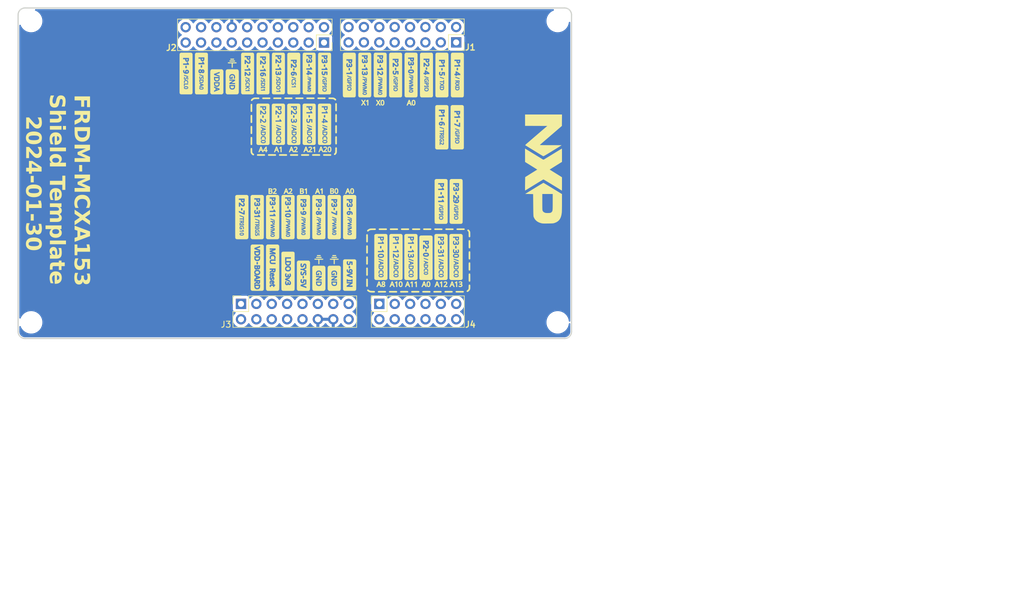
<source format=kicad_pcb>
(kicad_pcb (version 20221018) (generator pcbnew)
  (layers (0 "F.Cu" signal) (31 "B.Cu" signal) (34 "B.Paste" user) (35 "F.Paste" user) (36 "B.SilkS" user "B.Silkscreen") (37 "F.SilkS" user "F.Silkscreen") (38 "B.Mask" user) (39 "F.Mask" user) (44 "Edge.Cuts" user))
  (net 0 "")
  (net 11 "/P1-8{slash}SDA0")
  (net 13 "/P1-9{slash}SCL0")
  (net 14 "/P1-7{slash}GPIO")
  (net 16 "/P1-4{slash}UART2-RXD")
  (net 17 "/P1-6{slash}TRIG2")
  (net 18 "/P1-5{slash}UART2-TXD")
  (net 19 "/P2-4{slash}GPIO")
  (net 20 "/P3-0{slash}PWM0-A0")
  (net 21 "/P2-5{slash}GPIO")
  (net 22 "/P3-12{slash}PWM0-X2")
  (net 23 "/P3-13{slash}PWM0-X1")
  (net 24 "/P3-1{slash}GPIO")
  (net 25 "/P3-15{slash}GPIO")
  (net 26 "/P3-14{slash}PWM0-X2")
  (net 27 "/VDD-BOARD")
  (net 28 "/P2-6{slash}CSI1")
  (net 29 "/MCU-RESETb")
  (net 30 "/LDO-3v3")
  (net 31 "/P2-13{slash}SDO1")
  (net 33 "/P2-16{slash}SDI1")
  (net 34 "/P2-12{slash}SCK1")
  (net 35 "GND")
  (net 36 "VDDA")
  (net 37 "/P2-7{slash}TRIG10")
  (net 38 "/P3-31{slash}TRIG5")
  (net 40 "/P3-11{slash}PWM0-B2")
  (net 42 "/P3-10{slash}PWM0-A2")
  (net 44 "/P3-9{slash}PWM0-B1")
  (net 45 "/SYS-5V")
  (net 46 "/P3-8{slash}PWM0-A1")
  (net 47 "/P3-7{slash}PWM0-B0")
  (net 48 "/P3-6{slash}PWM0-A0")
  (net 49 "/5-9VIN")
  (net 50 "/P1-10{slash}ADC0-A8")
  (net 51 "/P1-12{slash}ADC0-A10")
  (net 52 "/P1-13{slash}ADC0-A11")
  (net 53 "/P2-0{slash}ADC0-A0")
  (net 54 "/P1-11{slash}GPIO")
  (net 55 "/P3-31{slash}ADC0-A12")
  (net 56 "/P3-29{slash}GPIO")
  (net 57 "/P3-30{slash}ADC0-A13")
  (net 58 "/P1-4{slash}ADC0-A20")
  (net 59 "/P1-5{slash}ADC0-A21")
  (net 60 "/P2-3{slash}ADC0-A2")
  (net 61 "/P2-1{slash}ADC0-A1")
  (net 62 "/P2-2{slash}ADC0-A4")
  (footprint "Wavenumber:SSQ-110-23-G-D" (layer "F.Cu") (at 138.740401 77.9608 -90)
    (fp_text reference "J2" (at 2.125 13.796 -180) (layer "F.SilkS") (effects (font (thickness 0.2) bold)))
    (fp_text value "Conn_02x10_Odd_Even")
    (pad "1" thru_hole rect (at 1.27 -11.43 270) (size 1.7 1.7) (drill 1) (layers "*.Cu" "*.Mask") (net 58 "/P1-4{slash}ADC0-A20"))
    (pad "2" thru_hole oval (at -1.27 -11.43 270) (size 1.7 1.7) (drill 1) (layers "*.Cu" "*.Mask") (net 25 "/P3-15{slash}GPIO"))
    (pad "3" thru_hole oval (at 1.27 -8.89 270) (size 1.7 1.7) (drill 1) (layers "*.Cu" "*.Mask") (net 59 "/P1-5{slash}ADC0-A21"))
    (pad "4" thru_hole oval (at -1.27 -8.89 270) (size 1.7 1.7) (drill 1) (layers "*.Cu" "*.Mask") (net 26 "/P3-14{slash}PWM0-X2"))
    (pad "5" thru_hole oval (at 1.27 -6.35 270) (size 1.7 1.7) (drill 1) (layers "*.Cu" "*.Mask") (net 60 "/P2-3{slash}ADC0-A2"))
    (pad "6" thru_hole oval (at -1.27 -6.35 270) (size 1.7 1.7) (drill 1) (layers "*.Cu" "*.Mask") (net 28 "/P2-6{slash}CSI1"))
    (pad "7" thru_hole oval (at 1.27 -3.81 270) (size 1.7 1.7) (drill 1) (layers "*.Cu" "*.Mask") (net 61 "/P2-1{slash}ADC0-A1"))
    (pad "8" thru_hole oval (at -1.27 -3.81 270) (size 1.7 1.7) (drill 1) (layers "*.Cu" "*.Mask") (net 31 "/P2-13{slash}SDO1"))
    (pad "9" thru_hole oval (at 1.27 -1.27 270) (size 1.7 1.7) (drill 1) (layers "*.Cu" "*.Mask") (net 62 "/P2-2{slash}ADC0-A4"))
    (pad "10" thru_hole oval (at -1.27 -1.27 270) (size 1.7 1.7) (drill 1) (layers "*.Cu" "*.Mask") (net 33 "/P2-16{slash}SDI1"))
    (pad "11" thru_hole oval (at 1.27 1.27 270) (size 1.7 1.7) (drill 1) (layers "*.Cu" "*.Mask"))
    (pad "12" thru_hole oval (at -1.27 1.27 270) (size 1.7 1.7) (drill 1) (layers "*.Cu" "*.Mask") (net 34 "/P2-12{slash}SCK1"))
    (pad "13" thru_hole oval (at 1.27 3.81 270) (size 1.7 1.7) (drill 1) (layers "*.Cu" "*.Mask"))
    (pad "14" thru_hole oval (at -1.27 3.81 270) (size 1.7 1.7) (drill 1) (layers "*.Cu" "*.Mask") (net 35 "GND"))
    (pad "15" thru_hole oval (at 1.27 6.35 270) (size 1.7 1.7) (drill 1) (layers "*.Cu" "*.Mask"))
    (pad "16" thru_hole oval (at -1.27 6.35 270) (size 1.7 1.7) (drill 1) (layers "*.Cu" "*.Mask") (net 36 "VDDA"))
    (pad "17" thru_hole oval (at 1.27 8.89 270) (size 1.7 1.7) (drill 1) (layers "*.Cu" "*.Mask"))
    (pad "18" thru_hole oval (at -1.27 8.89 270) (size 1.7 1.7) (drill 1) (layers "*.Cu" "*.Mask") (net 11 "/P1-8{slash}SDA0"))
    (pad "19" thru_hole oval (at 1.27 11.43 270) (size 1.7 1.7) (drill 1) (layers "*.Cu" "*.Mask"))
    (pad "20" thru_hole oval (at -1.27 11.43 270) (size 1.7 1.7) (drill 1) (layers "*.Cu" "*.Mask") (net 13 "/P1-9{slash}SCL0"))
  )
  (footprint "Wavenumber:J3" (layer "F.Cu") (at 145.496801 111.7682)
    (fp_text reference "G***" hide)
    (fp_text value "LOGO" hide)
  )
  (footprint "Wavenumber:J2" (layer "F.Cu") (at 163.276801 88.893238)
    (fp_text reference "G***" hide)
    (fp_text value "LOGO" hide)
  )
  (footprint "Wavenumber:nxp_logo" (layer "F.Cu") (at 186.454401 100.1258 -90)
    (fp_text reference "G***" hide)
    (fp_text value "LOGO" hide)
  )
  (footprint "Wavenumber:SSQ-108-03-T-D" (layer "F.Cu") (at 163.114401 77.9358 -90)
    (fp_text reference "J1" (at 2.08 -11.22 -180) (layer "F.SilkS") (effects (font (thickness 0.2) bold)))
    (fp_text value "Conn_02x08_Odd_Even")
    (pad "1" thru_hole rect (at 1.27 -8.89 270) (size 1.7 1.7) (drill 1) (layers "*.Cu" "*.Mask") (net 14 "/P1-7{slash}GPIO"))
    (pad "2" thru_hole oval (at -1.27 -8.89 270) (size 1.7 1.7) (drill 1) (layers "*.Cu" "*.Mask") (net 16 "/P1-4{slash}UART2-RXD"))
    (pad "3" thru_hole oval (at 1.27 -6.35 270) (size 1.7 1.7) (drill 1) (layers "*.Cu" "*.Mask") (net 17 "/P1-6{slash}TRIG2"))
    (pad "4" thru_hole oval (at -1.27 -6.35 270) (size 1.7 1.7) (drill 1) (layers "*.Cu" "*.Mask") (net 18 "/P1-5{slash}UART2-TXD"))
    (pad "5" thru_hole oval (at 1.27 -3.81 270) (size 1.7 1.7) (drill 1) (layers "*.Cu" "*.Mask"))
    (pad "6" thru_hole oval (at -1.27 -3.81 270) (size 1.7 1.7) (drill 1) (layers "*.Cu" "*.Mask") (net 19 "/P2-4{slash}GPIO"))
    (pad "7" thru_hole oval (at 1.27 -1.27 270) (size 1.7 1.7) (drill 1) (layers "*.Cu" "*.Mask"))
    (pad "8" thru_hole oval (at -1.27 -1.27 270) (size 1.7 1.7) (drill 1) (layers "*.Cu" "*.Mask") (net 20 "/P3-0{slash}PWM0-A0"))
    (pad "9" thru_hole oval (at 1.27 1.27 270) (size 1.7 1.7) (drill 1) (layers "*.Cu" "*.Mask"))
    (pad "10" thru_hole oval (at -1.27 1.27 270) (size 1.7 1.7) (drill 1) (layers "*.Cu" "*.Mask") (net 21 "/P2-5{slash}GPIO"))
    (pad "11" thru_hole oval (at 1.27 3.81 270) (size 1.7 1.7) (drill 1) (layers "*.Cu" "*.Mask"))
    (pad "12" thru_hole oval (at -1.27 3.81 270) (size 1.7 1.7) (drill 1) (layers "*.Cu" "*.Mask") (net 22 "/P3-12{slash}PWM0-X2"))
    (pad "13" thru_hole oval (at 1.27 6.35 270) (size 1.7 1.7) (drill 1) (layers "*.Cu" "*.Mask"))
    (pad "14" thru_hole oval (at -1.27 6.35 270) (size 1.7 1.7) (drill 1) (layers "*.Cu" "*.Mask") (net 23 "/P3-13{slash}PWM0-X1"))
    (pad "15" thru_hole oval (at 1.27 8.89 270) (size 1.7 1.7) (drill 1) (layers "*.Cu" "*.Mask"))
    (pad "16" thru_hole oval (at -1.27 8.89 270) (size 1.7 1.7) (drill 1) (layers "*.Cu" "*.Mask") (net 24 "/P3-1{slash}GPIO"))
  )
  (footprint "MountingHole:MountingHole_3.2mm_M3" (layer "F.Cu") (at 188.778401 75.6748)
    (fp_text reference "H2" hide)
    (fp_text value "MountingHole")
    (pad "" np_thru_hole circle (at 0 0) (size 3.2 3.2) (drill 3.2) (layers "*.Cu" "*.Mask"))
  )
  (footprint "Wavenumber:J4" (layer "F.Cu") (at 165.740601 111.1586)
    (fp_text reference "G***" hide)
    (fp_text value "LOGO" hide)
  )
  (footprint "MountingHole:MountingHole_3.2mm_M3" (layer "F.Cu") (at 101.783401 125.4588)
    (fp_text reference "H3" hide)
    (fp_text value "MountingHole")
    (pad "" np_thru_hole circle (at 0 0) (size 3.2 3.2) (drill 3.2) (layers "*.Cu" "*.Mask"))
  )
  (footprint "Wavenumber:J2" (layer "F.Cu") (at 139.299201 89.4162)
    (fp_text reference "G***" hide)
    (fp_text value "LOGO" hide)
  )
  (footprint "Wavenumber:SSQ-106-03-T-D" (layer "F.Cu") (at 165.665401 123.6808 90)
    (fp_text reference "J4" (at -2.135 8.689) (layer "F.SilkS") (effects (font (thickness 0.2) bold)))
    (fp_text value "Conn_02x06_Odd_Even")
    (pad "1" thru_hole rect (at 1.27 -6.35 90) (size 1.7 1.7) (drill 1) (layers "*.Cu" "*.Mask"))
    (pad "2" thru_hole oval (at -1.27 -6.35 90) (size 1.7 1.7) (drill 1) (layers "*.Cu" "*.Mask") (net 50 "/P1-10{slash}ADC0-A8"))
    (pad "3" thru_hole oval (at 1.27 -3.81 90) (size 1.7 1.7) (drill 1) (layers "*.Cu" "*.Mask"))
    (pad "4" thru_hole oval (at -1.27 -3.81 90) (size 1.7 1.7) (drill 1) (layers "*.Cu" "*.Mask") (net 51 "/P1-12{slash}ADC0-A10"))
    (pad "5" thru_hole oval (at 1.27 -1.27 90) (size 1.7 1.7) (drill 1) (layers "*.Cu" "*.Mask"))
    (pad "6" thru_hole oval (at -1.27 -1.27 90) (size 1.7 1.7) (drill 1) (layers "*.Cu" "*.Mask") (net 52 "/P1-13{slash}ADC0-A11"))
    (pad "7" thru_hole oval (at 1.27 1.27 90) (size 1.7 1.7) (drill 1) (layers "*.Cu" "*.Mask"))
    (pad "8" thru_hole oval (at -1.27 1.27 90) (size 1.7 1.7) (drill 1) (layers "*.Cu" "*.Mask") (net 53 "/P2-0{slash}ADC0-A0"))
    (pad "9" thru_hole oval (at 1.27 3.81 90) (size 1.7 1.7) (drill 1) (layers "*.Cu" "*.Mask") (net 54 "/P1-11{slash}GPIO"))
    (pad "10" thru_hole oval (at -1.27 3.81 90) (size 1.7 1.7) (drill 1) (layers "*.Cu" "*.Mask") (net 55 "/P3-31{slash}ADC0-A12"))
    (pad "11" thru_hole oval (at 1.27 6.35 90) (size 1.7 1.7) (drill 1) (layers "*.Cu" "*.Mask") (net 56 "/P3-29{slash}GPIO"))
    (pad "12" thru_hole oval (at -1.27 6.35 90) (size 1.7 1.7) (drill 1) (layers "*.Cu" "*.Mask") (net 57 "/P3-30{slash}ADC0-A13"))
  )
  (footprint "MountingHole:MountingHole_3.2mm_M3" (layer "F.Cu") (at 101.783401 75.6748)
    (fp_text reference "H1" hide)
    (fp_text value "MountingHole")
    (pad "" np_thru_hole circle (at 0 0) (size 3.2 3.2) (drill 3.2) (layers "*.Cu" "*.Mask"))
  )
  (footprint "Wavenumber:SSQ-108-03-T-D" (layer "F.Cu") (at 145.344401 123.6808 90)
    (fp_text reference "J3" (at -2.135 -11.37 180) (layer "F.SilkS") (effects (font (thickness 0.15) bold)))
    (fp_text value "Conn_02x08_Odd_Even")
    (pad "1" thru_hole rect (at 1.27 -8.89 90) (size 1.7 1.7) (drill 1) (layers "*.Cu" "*.Mask") (net 37 "/P2-7{slash}TRIG10"))
    (pad "2" thru_hole oval (at -1.27 -8.89 90) (size 1.7 1.7) (drill 1) (layers "*.Cu" "*.Mask"))
    (pad "3" thru_hole oval (at 1.27 -6.35 90) (size 1.7 1.7) (drill 1) (layers "*.Cu" "*.Mask") (net 38 "/P3-31{slash}TRIG5"))
    (pad "4" thru_hole oval (at -1.27 -6.35 90) (size 1.7 1.7) (drill 1) (layers "*.Cu" "*.Mask") (net 27 "/VDD-BOARD"))
    (pad "5" thru_hole oval (at 1.27 -3.81 90) (size 1.7 1.7) (drill 1) (layers "*.Cu" "*.Mask") (net 40 "/P3-11{slash}PWM0-B2"))
    (pad "6" thru_hole oval (at -1.27 -3.81 90) (size 1.7 1.7) (drill 1) (layers "*.Cu" "*.Mask") (net 29 "/MCU-RESETb"))
    (pad "7" thru_hole oval (at 1.27 -1.27 90) (size 1.7 1.7) (drill 1) (layers "*.Cu" "*.Mask") (net 42 "/P3-10{slash}PWM0-A2"))
    (pad "8" thru_hole oval (at -1.27 -1.27 90) (size 1.7 1.7) (drill 1) (layers "*.Cu" "*.Mask") (net 30 "/LDO-3v3"))
    (pad "9" thru_hole oval (at 1.27 1.27 90) (size 1.7 1.7) (drill 1) (layers "*.Cu" "*.Mask") (net 44 "/P3-9{slash}PWM0-B1"))
    (pad "10" thru_hole oval (at -1.27 1.27 90) (size 1.7 1.7) (drill 1) (layers "*.Cu" "*.Mask") (net 45 "/SYS-5V"))
    (pad "11" thru_hole oval (at 1.27 3.81 90) (size 1.7 1.7) (drill 1) (layers "*.Cu" "*.Mask") (net 46 "/P3-8{slash}PWM0-A1"))
    (pad "12" thru_hole oval (at -1.27 3.81 90) (size 1.7 1.7) (drill 1) (layers "*.Cu" "*.Mask") (net 35 "GND"))
    (pad "13" thru_hole oval (at 1.27 6.35 90) (size 1.7 1.7) (drill 1) (layers "*.Cu" "*.Mask") (net 47 "/P3-7{slash}PWM0-B0"))
    (pad "14" thru_hole oval (at -1.27 6.35 90) (size 1.7 1.7) (drill 1) (layers "*.Cu" "*.Mask") (net 35 "GND"))
    (pad "15" thru_hole oval (at 1.27 8.89 90) (size 1.7 1.7) (drill 1) (layers "*.Cu" "*.Mask") (net 48 "/P3-6{slash}PWM0-A0"))
    (pad "16" thru_hole oval (at -1.27 8.89 90) (size 1.7 1.7) (drill 1) (layers "*.Cu" "*.Mask") (net 49 "/5-9VIN"))
  )
  (footprint "MountingHole:MountingHole_3.2mm_M3" (layer "F.Cu") (at 188.778401 125.4588)
    (fp_text reference "H4" hide)
    (fp_text value "MountingHole")
    (pad "" np_thru_hole circle (at 0 0) (size 3.2 3.2) (drill 3.2) (layers "*.Cu" "*.Mask"))
  )
  (gr_line (start 99.624401 126.9828) (end 99.624401 74.6588) (stroke (width 0.2)) (layer "Edge.Cuts"))
  (gr_line (start 100.767401 73.5158) (end 189.921401 73.5158) (stroke (width 0.2)) (layer "Edge.Cuts"))
  (gr_arc (start 191.064401 126.9828) (mid 190.729624 127.791023) (end 189.921401 128.1258) (stroke (width 0.2)) (layer "Edge.Cuts"))
  (gr_arc (start 100.767401 128.1258) (mid 99.959178 127.791023) (end 99.624401 126.9828) (stroke (width 0.2)) (layer "Edge.Cuts"))
  (gr_line (start 100.767401 128.1258) (end 189.921401 128.1258) (stroke (width 0.2)) (layer "Edge.Cuts"))
  (gr_arc (start 99.624401 74.6588) (mid 99.959178 73.850577) (end 100.767401 73.5158) (stroke (width 0.2)) (layer "Edge.Cuts"))
  (gr_line (start 191.064401 126.9828) (end 191.064401 74.6588) (stroke (width 0.2)) (layer "Edge.Cuts"))
  (gr_arc (start 189.921401 73.5158) (mid 190.729624 73.850577) (end 191.064401 74.6588) (stroke (width 0.2)) (layer "Edge.Cuts"))
  (gr_text "Shield Template" (at 104.454401 87.7058 270) (layer "F.SilkS") (effects (font (size 2.5 2.5) (thickness 0.3) bold) (justify left bottom)))
  (gr_text "FRDM-MCXA153" (at 108.534401 87.8058 270) (layer "F.SilkS") (effects (font (size 2.5 2.5) (thickness 0.3) bold) (justify left bottom)))
  (gr_text "2024-01-30" (at 100.534401 91.3258 270) (layer "F.SilkS") (effects (font (size 2.5 2.5) (thickness 0.3) bold) (justify left bottom)))
  (zone (net 35) (net_name "GND") (layer "B.Cu") (connect_pads (clearance 0.5)) (min_thickness 0.25) (fill yes (thermal_gap 0.5) (thermal_bridge_width 0.5))
    (polygon (pts (xy 99.624401 73.1258) (xy 191.624401 73.1258) (xy 191.624401 129.1258) (xy 99.624401 129.1258)))
  )
)
</source>
